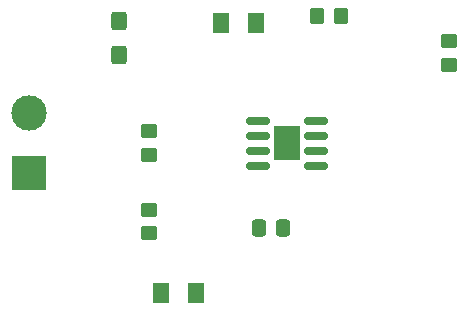
<source format=gbr>
%TF.GenerationSoftware,KiCad,Pcbnew,(6.0.10)*%
%TF.CreationDate,2023-02-17T12:01:16-08:00*%
%TF.ProjectId,lab5exercise2,6c616235-6578-4657-9263-697365322e6b,rev?*%
%TF.SameCoordinates,Original*%
%TF.FileFunction,Soldermask,Top*%
%TF.FilePolarity,Negative*%
%FSLAX46Y46*%
G04 Gerber Fmt 4.6, Leading zero omitted, Abs format (unit mm)*
G04 Created by KiCad (PCBNEW (6.0.10)) date 2023-02-17 12:01:16*
%MOMM*%
%LPD*%
G01*
G04 APERTURE LIST*
G04 Aperture macros list*
%AMRoundRect*
0 Rectangle with rounded corners*
0 $1 Rounding radius*
0 $2 $3 $4 $5 $6 $7 $8 $9 X,Y pos of 4 corners*
0 Add a 4 corners polygon primitive as box body*
4,1,4,$2,$3,$4,$5,$6,$7,$8,$9,$2,$3,0*
0 Add four circle primitives for the rounded corners*
1,1,$1+$1,$2,$3*
1,1,$1+$1,$4,$5*
1,1,$1+$1,$6,$7*
1,1,$1+$1,$8,$9*
0 Add four rect primitives between the rounded corners*
20,1,$1+$1,$2,$3,$4,$5,0*
20,1,$1+$1,$4,$5,$6,$7,0*
20,1,$1+$1,$6,$7,$8,$9,0*
20,1,$1+$1,$8,$9,$2,$3,0*%
G04 Aperture macros list end*
%ADD10RoundRect,0.250001X0.462499X0.624999X-0.462499X0.624999X-0.462499X-0.624999X0.462499X-0.624999X0*%
%ADD11RoundRect,0.250000X-0.450000X0.350000X-0.450000X-0.350000X0.450000X-0.350000X0.450000X0.350000X0*%
%ADD12RoundRect,0.250000X0.450000X-0.350000X0.450000X0.350000X-0.450000X0.350000X-0.450000X-0.350000X0*%
%ADD13RoundRect,0.150000X-0.825000X-0.150000X0.825000X-0.150000X0.825000X0.150000X-0.825000X0.150000X0*%
%ADD14R,2.290000X3.000000*%
%ADD15RoundRect,0.250000X0.350000X0.450000X-0.350000X0.450000X-0.350000X-0.450000X0.350000X-0.450000X0*%
%ADD16RoundRect,0.250000X0.425000X-0.537500X0.425000X0.537500X-0.425000X0.537500X-0.425000X-0.537500X0*%
%ADD17RoundRect,0.250001X-0.462499X-0.624999X0.462499X-0.624999X0.462499X0.624999X-0.462499X0.624999X0*%
%ADD18RoundRect,0.250000X0.337500X0.475000X-0.337500X0.475000X-0.337500X-0.475000X0.337500X-0.475000X0*%
%ADD19R,3.000000X3.000000*%
%ADD20C,3.000000*%
G04 APERTURE END LIST*
D10*
%TO.C,D2*%
X143727500Y-106680000D03*
X140752500Y-106680000D03*
%TD*%
D11*
%TO.C,R3*%
X139700000Y-92980000D03*
X139700000Y-94980000D03*
%TD*%
D12*
%TO.C,R1*%
X165100000Y-87360000D03*
X165100000Y-85360000D03*
%TD*%
D13*
%TO.C,U1*%
X148937500Y-92075000D03*
X148937500Y-93345000D03*
X148937500Y-94615000D03*
X148937500Y-95885000D03*
X153887500Y-95885000D03*
X153887500Y-94615000D03*
X153887500Y-93345000D03*
X153887500Y-92075000D03*
D14*
X151412500Y-93980000D03*
%TD*%
D15*
%TO.C,R2*%
X155940000Y-83195000D03*
X153940000Y-83195000D03*
%TD*%
D16*
%TO.C,C1*%
X137165000Y-86475000D03*
X137165000Y-83600000D03*
%TD*%
D17*
%TO.C,D1*%
X145832500Y-83820000D03*
X148807500Y-83820000D03*
%TD*%
D11*
%TO.C,R4*%
X139700000Y-99600000D03*
X139700000Y-101600000D03*
%TD*%
D18*
%TO.C,C2*%
X151077500Y-101122504D03*
X149002500Y-101122504D03*
%TD*%
D19*
%TO.C,J1*%
X129540000Y-96520000D03*
D20*
X129540000Y-91440000D03*
%TD*%
M02*

</source>
